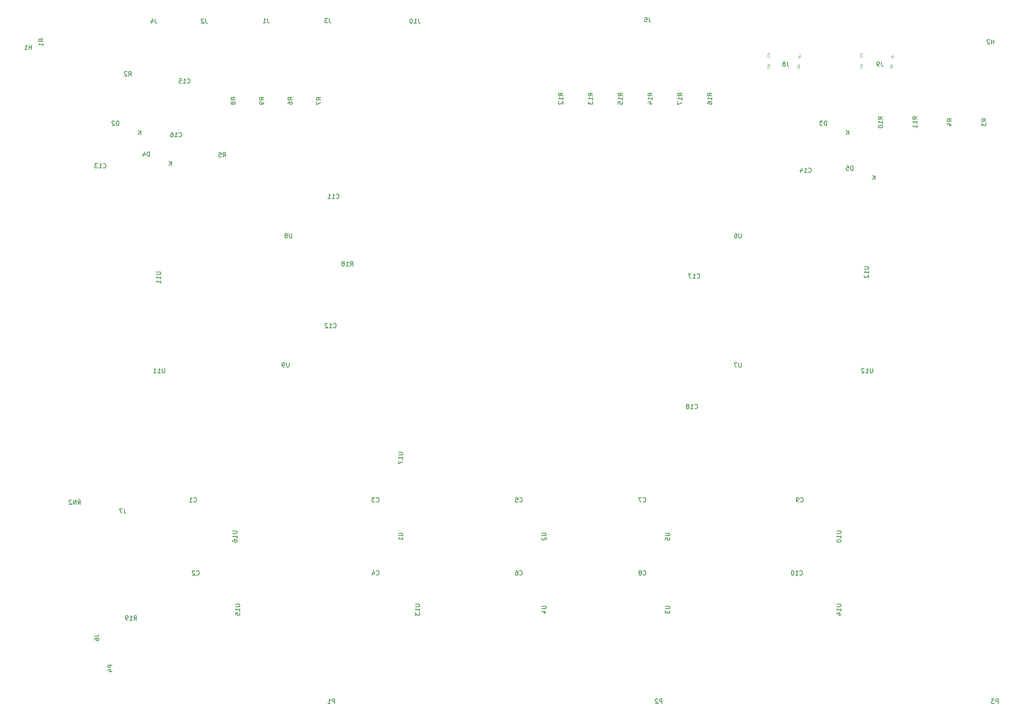
<source format=gbr>
%TF.GenerationSoftware,KiCad,Pcbnew,(6.0.11)*%
%TF.CreationDate,2023-08-28T11:54:35-05:00*%
%TF.ProjectId,input-output.DualESP32,696e7075-742d-46f7-9574-7075742e4475,V1.1*%
%TF.SameCoordinates,Original*%
%TF.FileFunction,Legend,Bot*%
%TF.FilePolarity,Positive*%
%FSLAX46Y46*%
G04 Gerber Fmt 4.6, Leading zero omitted, Abs format (unit mm)*
G04 Created by KiCad (PCBNEW (6.0.11)) date 2023-08-28 11:54:35*
%MOMM*%
%LPD*%
G01*
G04 APERTURE LIST*
%ADD10C,0.150000*%
%ADD11C,0.088900*%
G04 APERTURE END LIST*
D10*
%TO.C,U17*%
X127162380Y-169706904D02*
X127971904Y-169706904D01*
X128067142Y-169754523D01*
X128114761Y-169802142D01*
X128162380Y-169897380D01*
X128162380Y-170087857D01*
X128114761Y-170183095D01*
X128067142Y-170230714D01*
X127971904Y-170278333D01*
X127162380Y-170278333D01*
X128162380Y-171278333D02*
X128162380Y-170706904D01*
X128162380Y-170992619D02*
X127162380Y-170992619D01*
X127305238Y-170897380D01*
X127400476Y-170802142D01*
X127448095Y-170706904D01*
X127162380Y-171611666D02*
X127162380Y-172278333D01*
X128162380Y-171849761D01*
%TO.C,P1*%
X112738095Y-226452380D02*
X112738095Y-225452380D01*
X112357142Y-225452380D01*
X112261904Y-225500000D01*
X112214285Y-225547619D01*
X112166666Y-225642857D01*
X112166666Y-225785714D01*
X112214285Y-225880952D01*
X112261904Y-225928571D01*
X112357142Y-225976190D01*
X112738095Y-225976190D01*
X111214285Y-226452380D02*
X111785714Y-226452380D01*
X111500000Y-226452380D02*
X111500000Y-225452380D01*
X111595238Y-225595238D01*
X111690476Y-225690476D01*
X111785714Y-225738095D01*
%TO.C,P2*%
X186738095Y-226452380D02*
X186738095Y-225452380D01*
X186357142Y-225452380D01*
X186261904Y-225500000D01*
X186214285Y-225547619D01*
X186166666Y-225642857D01*
X186166666Y-225785714D01*
X186214285Y-225880952D01*
X186261904Y-225928571D01*
X186357142Y-225976190D01*
X186738095Y-225976190D01*
X185785714Y-225547619D02*
X185738095Y-225500000D01*
X185642857Y-225452380D01*
X185404761Y-225452380D01*
X185309523Y-225500000D01*
X185261904Y-225547619D01*
X185214285Y-225642857D01*
X185214285Y-225738095D01*
X185261904Y-225880952D01*
X185833333Y-226452380D01*
X185214285Y-226452380D01*
%TO.C,H1*%
X44261904Y-78702380D02*
X44261904Y-77702380D01*
X44261904Y-78178571D02*
X43690476Y-78178571D01*
X43690476Y-78702380D02*
X43690476Y-77702380D01*
X42690476Y-78702380D02*
X43261904Y-78702380D01*
X42976190Y-78702380D02*
X42976190Y-77702380D01*
X43071428Y-77845238D01*
X43166666Y-77940476D01*
X43261904Y-77988095D01*
%TO.C,H2*%
X261761904Y-77452380D02*
X261761904Y-76452380D01*
X261761904Y-76928571D02*
X261190476Y-76928571D01*
X261190476Y-77452380D02*
X261190476Y-76452380D01*
X260761904Y-76547619D02*
X260714285Y-76500000D01*
X260619047Y-76452380D01*
X260380952Y-76452380D01*
X260285714Y-76500000D01*
X260238095Y-76547619D01*
X260190476Y-76642857D01*
X260190476Y-76738095D01*
X260238095Y-76880952D01*
X260809523Y-77452380D01*
X260190476Y-77452380D01*
%TO.C,P3*%
X262738095Y-226452380D02*
X262738095Y-225452380D01*
X262357142Y-225452380D01*
X262261904Y-225500000D01*
X262214285Y-225547619D01*
X262166666Y-225642857D01*
X262166666Y-225785714D01*
X262214285Y-225880952D01*
X262261904Y-225928571D01*
X262357142Y-225976190D01*
X262738095Y-225976190D01*
X261833333Y-225452380D02*
X261214285Y-225452380D01*
X261547619Y-225833333D01*
X261404761Y-225833333D01*
X261309523Y-225880952D01*
X261261904Y-225928571D01*
X261214285Y-226023809D01*
X261214285Y-226261904D01*
X261261904Y-226357142D01*
X261309523Y-226404761D01*
X261404761Y-226452380D01*
X261690476Y-226452380D01*
X261785714Y-226404761D01*
X261833333Y-226357142D01*
%TO.C,R1*%
X46882380Y-76925333D02*
X46406190Y-76592000D01*
X46882380Y-76353904D02*
X45882380Y-76353904D01*
X45882380Y-76734857D01*
X45930000Y-76830095D01*
X45977619Y-76877714D01*
X46072857Y-76925333D01*
X46215714Y-76925333D01*
X46310952Y-76877714D01*
X46358571Y-76830095D01*
X46406190Y-76734857D01*
X46406190Y-76353904D01*
X46882380Y-77877714D02*
X46882380Y-77306285D01*
X46882380Y-77592000D02*
X45882380Y-77592000D01*
X46025238Y-77496761D01*
X46120476Y-77401523D01*
X46168095Y-77306285D01*
%TO.C,P4*%
X62452380Y-217761904D02*
X61452380Y-217761904D01*
X61452380Y-218142857D01*
X61500000Y-218238095D01*
X61547619Y-218285714D01*
X61642857Y-218333333D01*
X61785714Y-218333333D01*
X61880952Y-218285714D01*
X61928571Y-218238095D01*
X61976190Y-218142857D01*
X61976190Y-217761904D01*
X61785714Y-219190476D02*
X62452380Y-219190476D01*
X61404761Y-218952380D02*
X62119047Y-218714285D01*
X62119047Y-219333333D01*
%TO.C,U9*%
X102446904Y-149457380D02*
X102446904Y-150266904D01*
X102399285Y-150362142D01*
X102351666Y-150409761D01*
X102256428Y-150457380D01*
X102065952Y-150457380D01*
X101970714Y-150409761D01*
X101923095Y-150362142D01*
X101875476Y-150266904D01*
X101875476Y-149457380D01*
X101351666Y-150457380D02*
X101161190Y-150457380D01*
X101065952Y-150409761D01*
X101018333Y-150362142D01*
X100923095Y-150219285D01*
X100875476Y-150028809D01*
X100875476Y-149647857D01*
X100923095Y-149552619D01*
X100970714Y-149505000D01*
X101065952Y-149457380D01*
X101256428Y-149457380D01*
X101351666Y-149505000D01*
X101399285Y-149552619D01*
X101446904Y-149647857D01*
X101446904Y-149885952D01*
X101399285Y-149981190D01*
X101351666Y-150028809D01*
X101256428Y-150076428D01*
X101065952Y-150076428D01*
X100970714Y-150028809D01*
X100923095Y-149981190D01*
X100875476Y-149885952D01*
%TO.C,RN2*%
X54690476Y-181452380D02*
X55023809Y-180976190D01*
X55261904Y-181452380D02*
X55261904Y-180452380D01*
X54880952Y-180452380D01*
X54785714Y-180500000D01*
X54738095Y-180547619D01*
X54690476Y-180642857D01*
X54690476Y-180785714D01*
X54738095Y-180880952D01*
X54785714Y-180928571D01*
X54880952Y-180976190D01*
X55261904Y-180976190D01*
X54261904Y-181452380D02*
X54261904Y-180452380D01*
X53690476Y-181452380D01*
X53690476Y-180452380D01*
X53261904Y-180547619D02*
X53214285Y-180500000D01*
X53119047Y-180452380D01*
X52880952Y-180452380D01*
X52785714Y-180500000D01*
X52738095Y-180547619D01*
X52690476Y-180642857D01*
X52690476Y-180738095D01*
X52738095Y-180880952D01*
X53309523Y-181452380D01*
X52690476Y-181452380D01*
%TO.C,R9*%
X96751080Y-90133333D02*
X96274890Y-89800000D01*
X96751080Y-89561904D02*
X95751080Y-89561904D01*
X95751080Y-89942857D01*
X95798700Y-90038095D01*
X95846319Y-90085714D01*
X95941557Y-90133333D01*
X96084414Y-90133333D01*
X96179652Y-90085714D01*
X96227271Y-90038095D01*
X96274890Y-89942857D01*
X96274890Y-89561904D01*
X96751080Y-90609523D02*
X96751080Y-90800000D01*
X96703461Y-90895238D01*
X96655842Y-90942857D01*
X96512985Y-91038095D01*
X96322509Y-91085714D01*
X95941557Y-91085714D01*
X95846319Y-91038095D01*
X95798700Y-90990476D01*
X95751080Y-90895238D01*
X95751080Y-90704761D01*
X95798700Y-90609523D01*
X95846319Y-90561904D01*
X95941557Y-90514285D01*
X96179652Y-90514285D01*
X96274890Y-90561904D01*
X96322509Y-90609523D01*
X96370128Y-90704761D01*
X96370128Y-90895238D01*
X96322509Y-90990476D01*
X96274890Y-91038095D01*
X96179652Y-91085714D01*
%TO.C,C18*%
X194138857Y-159745142D02*
X194186476Y-159792761D01*
X194329333Y-159840380D01*
X194424571Y-159840380D01*
X194567428Y-159792761D01*
X194662666Y-159697523D01*
X194710285Y-159602285D01*
X194757904Y-159411809D01*
X194757904Y-159268952D01*
X194710285Y-159078476D01*
X194662666Y-158983238D01*
X194567428Y-158888000D01*
X194424571Y-158840380D01*
X194329333Y-158840380D01*
X194186476Y-158888000D01*
X194138857Y-158935619D01*
X193186476Y-159840380D02*
X193757904Y-159840380D01*
X193472190Y-159840380D02*
X193472190Y-158840380D01*
X193567428Y-158983238D01*
X193662666Y-159078476D01*
X193757904Y-159126095D01*
X192615047Y-159268952D02*
X192710285Y-159221333D01*
X192757904Y-159173714D01*
X192805523Y-159078476D01*
X192805523Y-159030857D01*
X192757904Y-158935619D01*
X192710285Y-158888000D01*
X192615047Y-158840380D01*
X192424571Y-158840380D01*
X192329333Y-158888000D01*
X192281714Y-158935619D01*
X192234095Y-159030857D01*
X192234095Y-159078476D01*
X192281714Y-159173714D01*
X192329333Y-159221333D01*
X192424571Y-159268952D01*
X192615047Y-159268952D01*
X192710285Y-159316571D01*
X192757904Y-159364190D01*
X192805523Y-159459428D01*
X192805523Y-159649904D01*
X192757904Y-159745142D01*
X192710285Y-159792761D01*
X192615047Y-159840380D01*
X192424571Y-159840380D01*
X192329333Y-159792761D01*
X192281714Y-159745142D01*
X192234095Y-159649904D01*
X192234095Y-159459428D01*
X192281714Y-159364190D01*
X192329333Y-159316571D01*
X192424571Y-159268952D01*
%TO.C,C17*%
X194646857Y-130281142D02*
X194694476Y-130328761D01*
X194837333Y-130376380D01*
X194932571Y-130376380D01*
X195075428Y-130328761D01*
X195170666Y-130233523D01*
X195218285Y-130138285D01*
X195265904Y-129947809D01*
X195265904Y-129804952D01*
X195218285Y-129614476D01*
X195170666Y-129519238D01*
X195075428Y-129424000D01*
X194932571Y-129376380D01*
X194837333Y-129376380D01*
X194694476Y-129424000D01*
X194646857Y-129471619D01*
X193694476Y-130376380D02*
X194265904Y-130376380D01*
X193980190Y-130376380D02*
X193980190Y-129376380D01*
X194075428Y-129519238D01*
X194170666Y-129614476D01*
X194265904Y-129662095D01*
X193361142Y-129376380D02*
X192694476Y-129376380D01*
X193123047Y-130376380D01*
%TO.C,J4*%
X72178333Y-71742380D02*
X72178333Y-72456666D01*
X72225952Y-72599523D01*
X72321190Y-72694761D01*
X72464047Y-72742380D01*
X72559285Y-72742380D01*
X71273571Y-72075714D02*
X71273571Y-72742380D01*
X71511666Y-71694761D02*
X71749761Y-72409047D01*
X71130714Y-72409047D01*
%TO.C,R10*%
X236620380Y-94483142D02*
X236144190Y-94149809D01*
X236620380Y-93911714D02*
X235620380Y-93911714D01*
X235620380Y-94292666D01*
X235668000Y-94387904D01*
X235715619Y-94435523D01*
X235810857Y-94483142D01*
X235953714Y-94483142D01*
X236048952Y-94435523D01*
X236096571Y-94387904D01*
X236144190Y-94292666D01*
X236144190Y-93911714D01*
X236620380Y-95435523D02*
X236620380Y-94864095D01*
X236620380Y-95149809D02*
X235620380Y-95149809D01*
X235763238Y-95054571D01*
X235858476Y-94959333D01*
X235906095Y-94864095D01*
X235620380Y-96054571D02*
X235620380Y-96149809D01*
X235668000Y-96245047D01*
X235715619Y-96292666D01*
X235810857Y-96340285D01*
X236001333Y-96387904D01*
X236239428Y-96387904D01*
X236429904Y-96340285D01*
X236525142Y-96292666D01*
X236572761Y-96245047D01*
X236620380Y-96149809D01*
X236620380Y-96054571D01*
X236572761Y-95959333D01*
X236525142Y-95911714D01*
X236429904Y-95864095D01*
X236239428Y-95816476D01*
X236001333Y-95816476D01*
X235810857Y-95864095D01*
X235715619Y-95911714D01*
X235668000Y-95959333D01*
X235620380Y-96054571D01*
%TO.C,C5*%
X154546666Y-180827142D02*
X154594285Y-180874761D01*
X154737142Y-180922380D01*
X154832380Y-180922380D01*
X154975238Y-180874761D01*
X155070476Y-180779523D01*
X155118095Y-180684285D01*
X155165714Y-180493809D01*
X155165714Y-180350952D01*
X155118095Y-180160476D01*
X155070476Y-180065238D01*
X154975238Y-179970000D01*
X154832380Y-179922380D01*
X154737142Y-179922380D01*
X154594285Y-179970000D01*
X154546666Y-180017619D01*
X153641904Y-179922380D02*
X154118095Y-179922380D01*
X154165714Y-180398571D01*
X154118095Y-180350952D01*
X154022857Y-180303333D01*
X153784761Y-180303333D01*
X153689523Y-180350952D01*
X153641904Y-180398571D01*
X153594285Y-180493809D01*
X153594285Y-180731904D01*
X153641904Y-180827142D01*
X153689523Y-180874761D01*
X153784761Y-180922380D01*
X154022857Y-180922380D01*
X154118095Y-180874761D01*
X154165714Y-180827142D01*
%TO.C,R8*%
X90316380Y-90133333D02*
X89840190Y-89800000D01*
X90316380Y-89561904D02*
X89316380Y-89561904D01*
X89316380Y-89942857D01*
X89364000Y-90038095D01*
X89411619Y-90085714D01*
X89506857Y-90133333D01*
X89649714Y-90133333D01*
X89744952Y-90085714D01*
X89792571Y-90038095D01*
X89840190Y-89942857D01*
X89840190Y-89561904D01*
X89744952Y-90704761D02*
X89697333Y-90609523D01*
X89649714Y-90561904D01*
X89554476Y-90514285D01*
X89506857Y-90514285D01*
X89411619Y-90561904D01*
X89364000Y-90609523D01*
X89316380Y-90704761D01*
X89316380Y-90895238D01*
X89364000Y-90990476D01*
X89411619Y-91038095D01*
X89506857Y-91085714D01*
X89554476Y-91085714D01*
X89649714Y-91038095D01*
X89697333Y-90990476D01*
X89744952Y-90895238D01*
X89744952Y-90704761D01*
X89792571Y-90609523D01*
X89840190Y-90561904D01*
X89935428Y-90514285D01*
X90125904Y-90514285D01*
X90221142Y-90561904D01*
X90268761Y-90609523D01*
X90316380Y-90704761D01*
X90316380Y-90895238D01*
X90268761Y-90990476D01*
X90221142Y-91038095D01*
X90125904Y-91085714D01*
X89935428Y-91085714D01*
X89840190Y-91038095D01*
X89792571Y-90990476D01*
X89744952Y-90895238D01*
%TO.C,R6*%
X103185680Y-90133333D02*
X102709490Y-89800000D01*
X103185680Y-89561904D02*
X102185680Y-89561904D01*
X102185680Y-89942857D01*
X102233300Y-90038095D01*
X102280919Y-90085714D01*
X102376157Y-90133333D01*
X102519014Y-90133333D01*
X102614252Y-90085714D01*
X102661871Y-90038095D01*
X102709490Y-89942857D01*
X102709490Y-89561904D01*
X102185680Y-90990476D02*
X102185680Y-90800000D01*
X102233300Y-90704761D01*
X102280919Y-90657142D01*
X102423776Y-90561904D01*
X102614252Y-90514285D01*
X102995204Y-90514285D01*
X103090442Y-90561904D01*
X103138061Y-90609523D01*
X103185680Y-90704761D01*
X103185680Y-90895238D01*
X103138061Y-90990476D01*
X103090442Y-91038095D01*
X102995204Y-91085714D01*
X102757109Y-91085714D01*
X102661871Y-91038095D01*
X102614252Y-90990476D01*
X102566633Y-90895238D01*
X102566633Y-90704761D01*
X102614252Y-90609523D01*
X102661871Y-90561904D01*
X102757109Y-90514285D01*
%TO.C,R3*%
X259988380Y-94959333D02*
X259512190Y-94626000D01*
X259988380Y-94387904D02*
X258988380Y-94387904D01*
X258988380Y-94768857D01*
X259036000Y-94864095D01*
X259083619Y-94911714D01*
X259178857Y-94959333D01*
X259321714Y-94959333D01*
X259416952Y-94911714D01*
X259464571Y-94864095D01*
X259512190Y-94768857D01*
X259512190Y-94387904D01*
X258988380Y-95292666D02*
X258988380Y-95911714D01*
X259369333Y-95578380D01*
X259369333Y-95721238D01*
X259416952Y-95816476D01*
X259464571Y-95864095D01*
X259559809Y-95911714D01*
X259797904Y-95911714D01*
X259893142Y-95864095D01*
X259940761Y-95816476D01*
X259988380Y-95721238D01*
X259988380Y-95435523D01*
X259940761Y-95340285D01*
X259893142Y-95292666D01*
%TO.C,U13*%
X130977380Y-203986904D02*
X131786904Y-203986904D01*
X131882142Y-204034523D01*
X131929761Y-204082142D01*
X131977380Y-204177380D01*
X131977380Y-204367857D01*
X131929761Y-204463095D01*
X131882142Y-204510714D01*
X131786904Y-204558333D01*
X130977380Y-204558333D01*
X131977380Y-205558333D02*
X131977380Y-204986904D01*
X131977380Y-205272619D02*
X130977380Y-205272619D01*
X131120238Y-205177380D01*
X131215476Y-205082142D01*
X131263095Y-204986904D01*
X130977380Y-205891666D02*
X130977380Y-206510714D01*
X131358333Y-206177380D01*
X131358333Y-206320238D01*
X131405952Y-206415476D01*
X131453571Y-206463095D01*
X131548809Y-206510714D01*
X131786904Y-206510714D01*
X131882142Y-206463095D01*
X131929761Y-206415476D01*
X131977380Y-206320238D01*
X131977380Y-206034523D01*
X131929761Y-205939285D01*
X131882142Y-205891666D01*
%TO.C,C2*%
X81521666Y-197337142D02*
X81569285Y-197384761D01*
X81712142Y-197432380D01*
X81807380Y-197432380D01*
X81950238Y-197384761D01*
X82045476Y-197289523D01*
X82093095Y-197194285D01*
X82140714Y-197003809D01*
X82140714Y-196860952D01*
X82093095Y-196670476D01*
X82045476Y-196575238D01*
X81950238Y-196480000D01*
X81807380Y-196432380D01*
X81712142Y-196432380D01*
X81569285Y-196480000D01*
X81521666Y-196527619D01*
X81140714Y-196527619D02*
X81093095Y-196480000D01*
X80997857Y-196432380D01*
X80759761Y-196432380D01*
X80664523Y-196480000D01*
X80616904Y-196527619D01*
X80569285Y-196622857D01*
X80569285Y-196718095D01*
X80616904Y-196860952D01*
X81188333Y-197432380D01*
X80569285Y-197432380D01*
%TO.C,J3*%
X111548333Y-71672380D02*
X111548333Y-72386666D01*
X111595952Y-72529523D01*
X111691190Y-72624761D01*
X111834047Y-72672380D01*
X111929285Y-72672380D01*
X111167380Y-71672380D02*
X110548333Y-71672380D01*
X110881666Y-72053333D01*
X110738809Y-72053333D01*
X110643571Y-72100952D01*
X110595952Y-72148571D01*
X110548333Y-72243809D01*
X110548333Y-72481904D01*
X110595952Y-72577142D01*
X110643571Y-72624761D01*
X110738809Y-72672380D01*
X111024523Y-72672380D01*
X111119761Y-72624761D01*
X111167380Y-72577142D01*
%TO.C,C6*%
X154546666Y-197337142D02*
X154594285Y-197384761D01*
X154737142Y-197432380D01*
X154832380Y-197432380D01*
X154975238Y-197384761D01*
X155070476Y-197289523D01*
X155118095Y-197194285D01*
X155165714Y-197003809D01*
X155165714Y-196860952D01*
X155118095Y-196670476D01*
X155070476Y-196575238D01*
X154975238Y-196480000D01*
X154832380Y-196432380D01*
X154737142Y-196432380D01*
X154594285Y-196480000D01*
X154546666Y-196527619D01*
X153689523Y-196432380D02*
X153880000Y-196432380D01*
X153975238Y-196480000D01*
X154022857Y-196527619D01*
X154118095Y-196670476D01*
X154165714Y-196860952D01*
X154165714Y-197241904D01*
X154118095Y-197337142D01*
X154070476Y-197384761D01*
X153975238Y-197432380D01*
X153784761Y-197432380D01*
X153689523Y-197384761D01*
X153641904Y-197337142D01*
X153594285Y-197241904D01*
X153594285Y-197003809D01*
X153641904Y-196908571D01*
X153689523Y-196860952D01*
X153784761Y-196813333D01*
X153975238Y-196813333D01*
X154070476Y-196860952D01*
X154118095Y-196908571D01*
X154165714Y-197003809D01*
%TO.C,U5*%
X187487380Y-187963095D02*
X188296904Y-187963095D01*
X188392142Y-188010714D01*
X188439761Y-188058333D01*
X188487380Y-188153571D01*
X188487380Y-188344047D01*
X188439761Y-188439285D01*
X188392142Y-188486904D01*
X188296904Y-188534523D01*
X187487380Y-188534523D01*
X187487380Y-189486904D02*
X187487380Y-189010714D01*
X187963571Y-188963095D01*
X187915952Y-189010714D01*
X187868333Y-189105952D01*
X187868333Y-189344047D01*
X187915952Y-189439285D01*
X187963571Y-189486904D01*
X188058809Y-189534523D01*
X188296904Y-189534523D01*
X188392142Y-189486904D01*
X188439761Y-189439285D01*
X188487380Y-189344047D01*
X188487380Y-189105952D01*
X188439761Y-189010714D01*
X188392142Y-188963095D01*
%TO.C,J6*%
X58452380Y-211251666D02*
X59166666Y-211251666D01*
X59309523Y-211204047D01*
X59404761Y-211108809D01*
X59452380Y-210965952D01*
X59452380Y-210870714D01*
X58452380Y-212156428D02*
X58452380Y-211965952D01*
X58500000Y-211870714D01*
X58547619Y-211823095D01*
X58690476Y-211727857D01*
X58880952Y-211680238D01*
X59261904Y-211680238D01*
X59357142Y-211727857D01*
X59404761Y-211775476D01*
X59452380Y-211870714D01*
X59452380Y-212061190D01*
X59404761Y-212156428D01*
X59357142Y-212204047D01*
X59261904Y-212251666D01*
X59023809Y-212251666D01*
X58928571Y-212204047D01*
X58880952Y-212156428D01*
X58833333Y-212061190D01*
X58833333Y-211870714D01*
X58880952Y-211775476D01*
X58928571Y-211727857D01*
X59023809Y-211680238D01*
%TO.C,C16*%
X77532857Y-98357142D02*
X77580476Y-98404761D01*
X77723333Y-98452380D01*
X77818571Y-98452380D01*
X77961428Y-98404761D01*
X78056666Y-98309523D01*
X78104285Y-98214285D01*
X78151904Y-98023809D01*
X78151904Y-97880952D01*
X78104285Y-97690476D01*
X78056666Y-97595238D01*
X77961428Y-97500000D01*
X77818571Y-97452380D01*
X77723333Y-97452380D01*
X77580476Y-97500000D01*
X77532857Y-97547619D01*
X76580476Y-98452380D02*
X77151904Y-98452380D01*
X76866190Y-98452380D02*
X76866190Y-97452380D01*
X76961428Y-97595238D01*
X77056666Y-97690476D01*
X77151904Y-97738095D01*
X75723333Y-97452380D02*
X75913809Y-97452380D01*
X76009047Y-97500000D01*
X76056666Y-97547619D01*
X76151904Y-97690476D01*
X76199523Y-97880952D01*
X76199523Y-98261904D01*
X76151904Y-98357142D01*
X76104285Y-98404761D01*
X76009047Y-98452380D01*
X75818571Y-98452380D01*
X75723333Y-98404761D01*
X75675714Y-98357142D01*
X75628095Y-98261904D01*
X75628095Y-98023809D01*
X75675714Y-97928571D01*
X75723333Y-97880952D01*
X75818571Y-97833333D01*
X76009047Y-97833333D01*
X76104285Y-97880952D01*
X76151904Y-97928571D01*
X76199523Y-98023809D01*
%TO.C,R13*%
X171088380Y-89149142D02*
X170612190Y-88815809D01*
X171088380Y-88577714D02*
X170088380Y-88577714D01*
X170088380Y-88958666D01*
X170136000Y-89053904D01*
X170183619Y-89101523D01*
X170278857Y-89149142D01*
X170421714Y-89149142D01*
X170516952Y-89101523D01*
X170564571Y-89053904D01*
X170612190Y-88958666D01*
X170612190Y-88577714D01*
X171088380Y-90101523D02*
X171088380Y-89530095D01*
X171088380Y-89815809D02*
X170088380Y-89815809D01*
X170231238Y-89720571D01*
X170326476Y-89625333D01*
X170374095Y-89530095D01*
X170088380Y-90434857D02*
X170088380Y-91053904D01*
X170469333Y-90720571D01*
X170469333Y-90863428D01*
X170516952Y-90958666D01*
X170564571Y-91006285D01*
X170659809Y-91053904D01*
X170897904Y-91053904D01*
X170993142Y-91006285D01*
X171040761Y-90958666D01*
X171088380Y-90863428D01*
X171088380Y-90577714D01*
X171040761Y-90482476D01*
X170993142Y-90434857D01*
%TO.C,C1*%
X80886666Y-180827142D02*
X80934285Y-180874761D01*
X81077142Y-180922380D01*
X81172380Y-180922380D01*
X81315238Y-180874761D01*
X81410476Y-180779523D01*
X81458095Y-180684285D01*
X81505714Y-180493809D01*
X81505714Y-180350952D01*
X81458095Y-180160476D01*
X81410476Y-180065238D01*
X81315238Y-179970000D01*
X81172380Y-179922380D01*
X81077142Y-179922380D01*
X80934285Y-179970000D01*
X80886666Y-180017619D01*
X79934285Y-180922380D02*
X80505714Y-180922380D01*
X80220000Y-180922380D02*
X80220000Y-179922380D01*
X80315238Y-180065238D01*
X80410476Y-180160476D01*
X80505714Y-180208095D01*
%TO.C,D5*%
X234905904Y-108092380D02*
X234905904Y-107092380D01*
X234334476Y-108092380D02*
X234763047Y-107520952D01*
X234334476Y-107092380D02*
X234905904Y-107663809D01*
X229912095Y-105992380D02*
X229912095Y-104992380D01*
X229674000Y-104992380D01*
X229531142Y-105040000D01*
X229435904Y-105135238D01*
X229388285Y-105230476D01*
X229340666Y-105420952D01*
X229340666Y-105563809D01*
X229388285Y-105754285D01*
X229435904Y-105849523D01*
X229531142Y-105944761D01*
X229674000Y-105992380D01*
X229912095Y-105992380D01*
X228435904Y-104992380D02*
X228912095Y-104992380D01*
X228959714Y-105468571D01*
X228912095Y-105420952D01*
X228816857Y-105373333D01*
X228578761Y-105373333D01*
X228483523Y-105420952D01*
X228435904Y-105468571D01*
X228388285Y-105563809D01*
X228388285Y-105801904D01*
X228435904Y-105897142D01*
X228483523Y-105944761D01*
X228578761Y-105992380D01*
X228816857Y-105992380D01*
X228912095Y-105944761D01*
X228959714Y-105897142D01*
%TO.C,R4*%
X252199080Y-94959333D02*
X251722890Y-94626000D01*
X252199080Y-94387904D02*
X251199080Y-94387904D01*
X251199080Y-94768857D01*
X251246700Y-94864095D01*
X251294319Y-94911714D01*
X251389557Y-94959333D01*
X251532414Y-94959333D01*
X251627652Y-94911714D01*
X251675271Y-94864095D01*
X251722890Y-94768857D01*
X251722890Y-94387904D01*
X251532414Y-95816476D02*
X252199080Y-95816476D01*
X251151461Y-95578380D02*
X251865747Y-95340285D01*
X251865747Y-95959333D01*
%TO.C,U6*%
X204681904Y-120247380D02*
X204681904Y-121056904D01*
X204634285Y-121152142D01*
X204586666Y-121199761D01*
X204491428Y-121247380D01*
X204300952Y-121247380D01*
X204205714Y-121199761D01*
X204158095Y-121152142D01*
X204110476Y-121056904D01*
X204110476Y-120247380D01*
X203205714Y-120247380D02*
X203396190Y-120247380D01*
X203491428Y-120295000D01*
X203539047Y-120342619D01*
X203634285Y-120485476D01*
X203681904Y-120675952D01*
X203681904Y-121056904D01*
X203634285Y-121152142D01*
X203586666Y-121199761D01*
X203491428Y-121247380D01*
X203300952Y-121247380D01*
X203205714Y-121199761D01*
X203158095Y-121152142D01*
X203110476Y-121056904D01*
X203110476Y-120818809D01*
X203158095Y-120723571D01*
X203205714Y-120675952D01*
X203300952Y-120628333D01*
X203491428Y-120628333D01*
X203586666Y-120675952D01*
X203634285Y-120723571D01*
X203681904Y-120818809D01*
%TO.C,C13*%
X60452757Y-105357142D02*
X60500376Y-105404761D01*
X60643233Y-105452380D01*
X60738471Y-105452380D01*
X60881328Y-105404761D01*
X60976566Y-105309523D01*
X61024185Y-105214285D01*
X61071804Y-105023809D01*
X61071804Y-104880952D01*
X61024185Y-104690476D01*
X60976566Y-104595238D01*
X60881328Y-104500000D01*
X60738471Y-104452380D01*
X60643233Y-104452380D01*
X60500376Y-104500000D01*
X60452757Y-104547619D01*
X59500376Y-105452380D02*
X60071804Y-105452380D01*
X59786090Y-105452380D02*
X59786090Y-104452380D01*
X59881328Y-104595238D01*
X59976566Y-104690476D01*
X60071804Y-104738095D01*
X59167042Y-104452380D02*
X58547995Y-104452380D01*
X58881328Y-104833333D01*
X58738471Y-104833333D01*
X58643233Y-104880952D01*
X58595614Y-104928571D01*
X58547995Y-105023809D01*
X58547995Y-105261904D01*
X58595614Y-105357142D01*
X58643233Y-105404761D01*
X58738471Y-105452380D01*
X59024185Y-105452380D01*
X59119423Y-105404761D01*
X59167042Y-105357142D01*
%TO.C,R18*%
X116287857Y-127582380D02*
X116621190Y-127106190D01*
X116859285Y-127582380D02*
X116859285Y-126582380D01*
X116478333Y-126582380D01*
X116383095Y-126630000D01*
X116335476Y-126677619D01*
X116287857Y-126772857D01*
X116287857Y-126915714D01*
X116335476Y-127010952D01*
X116383095Y-127058571D01*
X116478333Y-127106190D01*
X116859285Y-127106190D01*
X115335476Y-127582380D02*
X115906904Y-127582380D01*
X115621190Y-127582380D02*
X115621190Y-126582380D01*
X115716428Y-126725238D01*
X115811666Y-126820476D01*
X115906904Y-126868095D01*
X114764047Y-127010952D02*
X114859285Y-126963333D01*
X114906904Y-126915714D01*
X114954523Y-126820476D01*
X114954523Y-126772857D01*
X114906904Y-126677619D01*
X114859285Y-126630000D01*
X114764047Y-126582380D01*
X114573571Y-126582380D01*
X114478333Y-126630000D01*
X114430714Y-126677619D01*
X114383095Y-126772857D01*
X114383095Y-126820476D01*
X114430714Y-126915714D01*
X114478333Y-126963333D01*
X114573571Y-127010952D01*
X114764047Y-127010952D01*
X114859285Y-127058571D01*
X114906904Y-127106190D01*
X114954523Y-127201428D01*
X114954523Y-127391904D01*
X114906904Y-127487142D01*
X114859285Y-127534761D01*
X114764047Y-127582380D01*
X114573571Y-127582380D01*
X114478333Y-127534761D01*
X114430714Y-127487142D01*
X114383095Y-127391904D01*
X114383095Y-127201428D01*
X114430714Y-127106190D01*
X114478333Y-127058571D01*
X114573571Y-127010952D01*
%TO.C,C14*%
X219837757Y-106357142D02*
X219885376Y-106404761D01*
X220028233Y-106452380D01*
X220123471Y-106452380D01*
X220266328Y-106404761D01*
X220361566Y-106309523D01*
X220409185Y-106214285D01*
X220456804Y-106023809D01*
X220456804Y-105880952D01*
X220409185Y-105690476D01*
X220361566Y-105595238D01*
X220266328Y-105500000D01*
X220123471Y-105452380D01*
X220028233Y-105452380D01*
X219885376Y-105500000D01*
X219837757Y-105547619D01*
X218885376Y-106452380D02*
X219456804Y-106452380D01*
X219171090Y-106452380D02*
X219171090Y-105452380D01*
X219266328Y-105595238D01*
X219361566Y-105690476D01*
X219456804Y-105738095D01*
X218028233Y-105785714D02*
X218028233Y-106452380D01*
X218266328Y-105404761D02*
X218504423Y-106119047D01*
X217885376Y-106119047D01*
%TO.C,R5*%
X87490666Y-102944380D02*
X87824000Y-102468190D01*
X88062095Y-102944380D02*
X88062095Y-101944380D01*
X87681142Y-101944380D01*
X87585904Y-101992000D01*
X87538285Y-102039619D01*
X87490666Y-102134857D01*
X87490666Y-102277714D01*
X87538285Y-102372952D01*
X87585904Y-102420571D01*
X87681142Y-102468190D01*
X88062095Y-102468190D01*
X86585904Y-101944380D02*
X87062095Y-101944380D01*
X87109714Y-102420571D01*
X87062095Y-102372952D01*
X86966857Y-102325333D01*
X86728761Y-102325333D01*
X86633523Y-102372952D01*
X86585904Y-102420571D01*
X86538285Y-102515809D01*
X86538285Y-102753904D01*
X86585904Y-102849142D01*
X86633523Y-102896761D01*
X86728761Y-102944380D01*
X86966857Y-102944380D01*
X87062095Y-102896761D01*
X87109714Y-102849142D01*
%TO.C,R11*%
X244409680Y-94483142D02*
X243933490Y-94149809D01*
X244409680Y-93911714D02*
X243409680Y-93911714D01*
X243409680Y-94292666D01*
X243457300Y-94387904D01*
X243504919Y-94435523D01*
X243600157Y-94483142D01*
X243743014Y-94483142D01*
X243838252Y-94435523D01*
X243885871Y-94387904D01*
X243933490Y-94292666D01*
X243933490Y-93911714D01*
X244409680Y-95435523D02*
X244409680Y-94864095D01*
X244409680Y-95149809D02*
X243409680Y-95149809D01*
X243552538Y-95054571D01*
X243647776Y-94959333D01*
X243695395Y-94864095D01*
X244409680Y-96387904D02*
X244409680Y-95816476D01*
X244409680Y-96102190D02*
X243409680Y-96102190D01*
X243552538Y-96006952D01*
X243647776Y-95911714D01*
X243695395Y-95816476D01*
%TO.C,D4*%
X70908095Y-102817380D02*
X70908095Y-101817380D01*
X70670000Y-101817380D01*
X70527142Y-101865000D01*
X70431904Y-101960238D01*
X70384285Y-102055476D01*
X70336666Y-102245952D01*
X70336666Y-102388809D01*
X70384285Y-102579285D01*
X70431904Y-102674523D01*
X70527142Y-102769761D01*
X70670000Y-102817380D01*
X70908095Y-102817380D01*
X69479523Y-102150714D02*
X69479523Y-102817380D01*
X69717619Y-101769761D02*
X69955714Y-102484047D01*
X69336666Y-102484047D01*
X75901904Y-104917380D02*
X75901904Y-103917380D01*
X75330476Y-104917380D02*
X75759047Y-104345952D01*
X75330476Y-103917380D02*
X75901904Y-104488809D01*
%TO.C,J8*%
X215038333Y-81497400D02*
X215038333Y-82211686D01*
X215085952Y-82354543D01*
X215181190Y-82449781D01*
X215324047Y-82497400D01*
X215419285Y-82497400D01*
X214419285Y-81925972D02*
X214514523Y-81878353D01*
X214562142Y-81830734D01*
X214609761Y-81735496D01*
X214609761Y-81687877D01*
X214562142Y-81592639D01*
X214514523Y-81545020D01*
X214419285Y-81497400D01*
X214228809Y-81497400D01*
X214133571Y-81545020D01*
X214085952Y-81592639D01*
X214038333Y-81687877D01*
X214038333Y-81735496D01*
X214085952Y-81830734D01*
X214133571Y-81878353D01*
X214228809Y-81925972D01*
X214419285Y-81925972D01*
X214514523Y-81973591D01*
X214562142Y-82021210D01*
X214609761Y-82116448D01*
X214609761Y-82306924D01*
X214562142Y-82402162D01*
X214514523Y-82449781D01*
X214419285Y-82497400D01*
X214228809Y-82497400D01*
X214133571Y-82449781D01*
X214085952Y-82402162D01*
X214038333Y-82306924D01*
X214038333Y-82116448D01*
X214085952Y-82021210D01*
X214133571Y-81973591D01*
X214228809Y-81925972D01*
D11*
X211098233Y-79584335D02*
X210595071Y-79584335D01*
X210866004Y-79893973D01*
X210749890Y-79893973D01*
X210672480Y-79932678D01*
X210633776Y-79971382D01*
X210595071Y-80048792D01*
X210595071Y-80242316D01*
X210633776Y-80319725D01*
X210672480Y-80358430D01*
X210749890Y-80397135D01*
X210982119Y-80397135D01*
X211059528Y-80358430D01*
X211098233Y-80319725D01*
X217422480Y-82084335D02*
X217577300Y-82084335D01*
X217654709Y-82123040D01*
X217693414Y-82161744D01*
X217770823Y-82277859D01*
X217809528Y-82432678D01*
X217809528Y-82742316D01*
X217770823Y-82819725D01*
X217732119Y-82858430D01*
X217654709Y-82897135D01*
X217499890Y-82897135D01*
X217422480Y-82858430D01*
X217383776Y-82819725D01*
X217345071Y-82742316D01*
X217345071Y-82548792D01*
X217383776Y-82471382D01*
X217422480Y-82432678D01*
X217499890Y-82393973D01*
X217654709Y-82393973D01*
X217732119Y-82432678D01*
X217770823Y-82471382D01*
X217809528Y-82548792D01*
X210633776Y-82084335D02*
X211020823Y-82084335D01*
X211059528Y-82471382D01*
X211020823Y-82432678D01*
X210943414Y-82393973D01*
X210749890Y-82393973D01*
X210672480Y-82432678D01*
X210633776Y-82471382D01*
X210595071Y-82548792D01*
X210595071Y-82742316D01*
X210633776Y-82819725D01*
X210672480Y-82858430D01*
X210749890Y-82897135D01*
X210943414Y-82897135D01*
X211020823Y-82858430D01*
X211059528Y-82819725D01*
X217672480Y-80105268D02*
X217672480Y-80647135D01*
X217866004Y-79795630D02*
X218059528Y-80376201D01*
X217556366Y-80376201D01*
D10*
%TO.C,U7*%
X204681904Y-149457380D02*
X204681904Y-150266904D01*
X204634285Y-150362142D01*
X204586666Y-150409761D01*
X204491428Y-150457380D01*
X204300952Y-150457380D01*
X204205714Y-150409761D01*
X204158095Y-150362142D01*
X204110476Y-150266904D01*
X204110476Y-149457380D01*
X203729523Y-149457380D02*
X203062857Y-149457380D01*
X203491428Y-150457380D01*
%TO.C,C12*%
X112477857Y-141457142D02*
X112525476Y-141504761D01*
X112668333Y-141552380D01*
X112763571Y-141552380D01*
X112906428Y-141504761D01*
X113001666Y-141409523D01*
X113049285Y-141314285D01*
X113096904Y-141123809D01*
X113096904Y-140980952D01*
X113049285Y-140790476D01*
X113001666Y-140695238D01*
X112906428Y-140600000D01*
X112763571Y-140552380D01*
X112668333Y-140552380D01*
X112525476Y-140600000D01*
X112477857Y-140647619D01*
X111525476Y-141552380D02*
X112096904Y-141552380D01*
X111811190Y-141552380D02*
X111811190Y-140552380D01*
X111906428Y-140695238D01*
X112001666Y-140790476D01*
X112096904Y-140838095D01*
X111144523Y-140647619D02*
X111096904Y-140600000D01*
X111001666Y-140552380D01*
X110763571Y-140552380D01*
X110668333Y-140600000D01*
X110620714Y-140647619D01*
X110573095Y-140742857D01*
X110573095Y-140838095D01*
X110620714Y-140980952D01*
X111192142Y-141552380D01*
X110573095Y-141552380D01*
%TO.C,U1*%
X127157380Y-187953095D02*
X127966904Y-187953095D01*
X128062142Y-188000714D01*
X128109761Y-188048333D01*
X128157380Y-188143571D01*
X128157380Y-188334047D01*
X128109761Y-188429285D01*
X128062142Y-188476904D01*
X127966904Y-188524523D01*
X127157380Y-188524523D01*
X128157380Y-189524523D02*
X128157380Y-188953095D01*
X128157380Y-189238809D02*
X127157380Y-189238809D01*
X127300238Y-189143571D01*
X127395476Y-189048333D01*
X127443095Y-188953095D01*
%TO.C,J2*%
X83593333Y-71742380D02*
X83593333Y-72456666D01*
X83640952Y-72599523D01*
X83736190Y-72694761D01*
X83879047Y-72742380D01*
X83974285Y-72742380D01*
X83164761Y-71837619D02*
X83117142Y-71790000D01*
X83021904Y-71742380D01*
X82783809Y-71742380D01*
X82688571Y-71790000D01*
X82640952Y-71837619D01*
X82593333Y-71932857D01*
X82593333Y-72028095D01*
X82640952Y-72170952D01*
X83212380Y-72742380D01*
X82593333Y-72742380D01*
%TO.C,D3*%
X223943095Y-95832380D02*
X223943095Y-94832380D01*
X223705000Y-94832380D01*
X223562142Y-94880000D01*
X223466904Y-94975238D01*
X223419285Y-95070476D01*
X223371666Y-95260952D01*
X223371666Y-95403809D01*
X223419285Y-95594285D01*
X223466904Y-95689523D01*
X223562142Y-95784761D01*
X223705000Y-95832380D01*
X223943095Y-95832380D01*
X223038333Y-94832380D02*
X222419285Y-94832380D01*
X222752619Y-95213333D01*
X222609761Y-95213333D01*
X222514523Y-95260952D01*
X222466904Y-95308571D01*
X222419285Y-95403809D01*
X222419285Y-95641904D01*
X222466904Y-95737142D01*
X222514523Y-95784761D01*
X222609761Y-95832380D01*
X222895476Y-95832380D01*
X222990714Y-95784761D01*
X223038333Y-95737142D01*
X228936904Y-97932380D02*
X228936904Y-96932380D01*
X228365476Y-97932380D02*
X228794047Y-97360952D01*
X228365476Y-96932380D02*
X228936904Y-97503809D01*
%TO.C,R2*%
X66154666Y-84656380D02*
X66488000Y-84180190D01*
X66726095Y-84656380D02*
X66726095Y-83656380D01*
X66345142Y-83656380D01*
X66249904Y-83704000D01*
X66202285Y-83751619D01*
X66154666Y-83846857D01*
X66154666Y-83989714D01*
X66202285Y-84084952D01*
X66249904Y-84132571D01*
X66345142Y-84180190D01*
X66726095Y-84180190D01*
X65773714Y-83751619D02*
X65726095Y-83704000D01*
X65630857Y-83656380D01*
X65392761Y-83656380D01*
X65297523Y-83704000D01*
X65249904Y-83751619D01*
X65202285Y-83846857D01*
X65202285Y-83942095D01*
X65249904Y-84084952D01*
X65821333Y-84656380D01*
X65202285Y-84656380D01*
%TO.C,R7*%
X109620380Y-90133333D02*
X109144190Y-89800000D01*
X109620380Y-89561904D02*
X108620380Y-89561904D01*
X108620380Y-89942857D01*
X108668000Y-90038095D01*
X108715619Y-90085714D01*
X108810857Y-90133333D01*
X108953714Y-90133333D01*
X109048952Y-90085714D01*
X109096571Y-90038095D01*
X109144190Y-89942857D01*
X109144190Y-89561904D01*
X108620380Y-90466666D02*
X108620380Y-91133333D01*
X109620380Y-90704761D01*
%TO.C,C3*%
X122161666Y-180827142D02*
X122209285Y-180874761D01*
X122352142Y-180922380D01*
X122447380Y-180922380D01*
X122590238Y-180874761D01*
X122685476Y-180779523D01*
X122733095Y-180684285D01*
X122780714Y-180493809D01*
X122780714Y-180350952D01*
X122733095Y-180160476D01*
X122685476Y-180065238D01*
X122590238Y-179970000D01*
X122447380Y-179922380D01*
X122352142Y-179922380D01*
X122209285Y-179970000D01*
X122161666Y-180017619D01*
X121828333Y-179922380D02*
X121209285Y-179922380D01*
X121542619Y-180303333D01*
X121399761Y-180303333D01*
X121304523Y-180350952D01*
X121256904Y-180398571D01*
X121209285Y-180493809D01*
X121209285Y-180731904D01*
X121256904Y-180827142D01*
X121304523Y-180874761D01*
X121399761Y-180922380D01*
X121685476Y-180922380D01*
X121780714Y-180874761D01*
X121828333Y-180827142D01*
D11*
%TO.C,J9*%
X238627480Y-80105268D02*
X238627480Y-80647135D01*
X238821004Y-79795630D02*
X239014528Y-80376201D01*
X238511366Y-80376201D01*
X232053233Y-79584335D02*
X231550071Y-79584335D01*
X231821004Y-79893973D01*
X231704890Y-79893973D01*
X231627480Y-79932678D01*
X231588776Y-79971382D01*
X231550071Y-80048792D01*
X231550071Y-80242316D01*
X231588776Y-80319725D01*
X231627480Y-80358430D01*
X231704890Y-80397135D01*
X231937119Y-80397135D01*
X232014528Y-80358430D01*
X232053233Y-80319725D01*
D10*
X236333333Y-81452380D02*
X236333333Y-82166666D01*
X236380952Y-82309523D01*
X236476190Y-82404761D01*
X236619047Y-82452380D01*
X236714285Y-82452380D01*
X235809523Y-82452380D02*
X235619047Y-82452380D01*
X235523809Y-82404761D01*
X235476190Y-82357142D01*
X235380952Y-82214285D01*
X235333333Y-82023809D01*
X235333333Y-81642857D01*
X235380952Y-81547619D01*
X235428571Y-81500000D01*
X235523809Y-81452380D01*
X235714285Y-81452380D01*
X235809523Y-81500000D01*
X235857142Y-81547619D01*
X235904761Y-81642857D01*
X235904761Y-81880952D01*
X235857142Y-81976190D01*
X235809523Y-82023809D01*
X235714285Y-82071428D01*
X235523809Y-82071428D01*
X235428571Y-82023809D01*
X235380952Y-81976190D01*
X235333333Y-81880952D01*
D11*
X231588776Y-82084335D02*
X231975823Y-82084335D01*
X232014528Y-82471382D01*
X231975823Y-82432678D01*
X231898414Y-82393973D01*
X231704890Y-82393973D01*
X231627480Y-82432678D01*
X231588776Y-82471382D01*
X231550071Y-82548792D01*
X231550071Y-82742316D01*
X231588776Y-82819725D01*
X231627480Y-82858430D01*
X231704890Y-82897135D01*
X231898414Y-82897135D01*
X231975823Y-82858430D01*
X232014528Y-82819725D01*
X238377480Y-82084335D02*
X238532300Y-82084335D01*
X238609709Y-82123040D01*
X238648414Y-82161744D01*
X238725823Y-82277859D01*
X238764528Y-82432678D01*
X238764528Y-82742316D01*
X238725823Y-82819725D01*
X238687119Y-82858430D01*
X238609709Y-82897135D01*
X238454890Y-82897135D01*
X238377480Y-82858430D01*
X238338776Y-82819725D01*
X238300071Y-82742316D01*
X238300071Y-82548792D01*
X238338776Y-82471382D01*
X238377480Y-82432678D01*
X238454890Y-82393973D01*
X238609709Y-82393973D01*
X238687119Y-82432678D01*
X238725823Y-82471382D01*
X238764528Y-82548792D01*
D10*
%TO.C,U10*%
X226227380Y-187476904D02*
X227036904Y-187476904D01*
X227132142Y-187524523D01*
X227179761Y-187572142D01*
X227227380Y-187667380D01*
X227227380Y-187857857D01*
X227179761Y-187953095D01*
X227132142Y-188000714D01*
X227036904Y-188048333D01*
X226227380Y-188048333D01*
X227227380Y-189048333D02*
X227227380Y-188476904D01*
X227227380Y-188762619D02*
X226227380Y-188762619D01*
X226370238Y-188667380D01*
X226465476Y-188572142D01*
X226513095Y-188476904D01*
X226227380Y-189667380D02*
X226227380Y-189762619D01*
X226275000Y-189857857D01*
X226322619Y-189905476D01*
X226417857Y-189953095D01*
X226608333Y-190000714D01*
X226846428Y-190000714D01*
X227036904Y-189953095D01*
X227132142Y-189905476D01*
X227179761Y-189857857D01*
X227227380Y-189762619D01*
X227227380Y-189667380D01*
X227179761Y-189572142D01*
X227132142Y-189524523D01*
X227036904Y-189476904D01*
X226846428Y-189429285D01*
X226608333Y-189429285D01*
X226417857Y-189476904D01*
X226322619Y-189524523D01*
X226275000Y-189572142D01*
X226227380Y-189667380D01*
%TO.C,J1*%
X97568333Y-71677380D02*
X97568333Y-72391666D01*
X97615952Y-72534523D01*
X97711190Y-72629761D01*
X97854047Y-72677380D01*
X97949285Y-72677380D01*
X96568333Y-72677380D02*
X97139761Y-72677380D01*
X96854047Y-72677380D02*
X96854047Y-71677380D01*
X96949285Y-71820238D01*
X97044523Y-71915476D01*
X97139761Y-71963095D01*
%TO.C,U14*%
X226227380Y-203986904D02*
X227036904Y-203986904D01*
X227132142Y-204034523D01*
X227179761Y-204082142D01*
X227227380Y-204177380D01*
X227227380Y-204367857D01*
X227179761Y-204463095D01*
X227132142Y-204510714D01*
X227036904Y-204558333D01*
X226227380Y-204558333D01*
X227227380Y-205558333D02*
X227227380Y-204986904D01*
X227227380Y-205272619D02*
X226227380Y-205272619D01*
X226370238Y-205177380D01*
X226465476Y-205082142D01*
X226513095Y-204986904D01*
X226560714Y-206415476D02*
X227227380Y-206415476D01*
X226179761Y-206177380D02*
X226894047Y-205939285D01*
X226894047Y-206558333D01*
%TO.C,R12*%
X164357380Y-89149142D02*
X163881190Y-88815809D01*
X164357380Y-88577714D02*
X163357380Y-88577714D01*
X163357380Y-88958666D01*
X163405000Y-89053904D01*
X163452619Y-89101523D01*
X163547857Y-89149142D01*
X163690714Y-89149142D01*
X163785952Y-89101523D01*
X163833571Y-89053904D01*
X163881190Y-88958666D01*
X163881190Y-88577714D01*
X164357380Y-90101523D02*
X164357380Y-89530095D01*
X164357380Y-89815809D02*
X163357380Y-89815809D01*
X163500238Y-89720571D01*
X163595476Y-89625333D01*
X163643095Y-89530095D01*
X163452619Y-90482476D02*
X163405000Y-90530095D01*
X163357380Y-90625333D01*
X163357380Y-90863428D01*
X163405000Y-90958666D01*
X163452619Y-91006285D01*
X163547857Y-91053904D01*
X163643095Y-91053904D01*
X163785952Y-91006285D01*
X164357380Y-90434857D01*
X164357380Y-91053904D01*
%TO.C,C11*%
X113112857Y-112247142D02*
X113160476Y-112294761D01*
X113303333Y-112342380D01*
X113398571Y-112342380D01*
X113541428Y-112294761D01*
X113636666Y-112199523D01*
X113684285Y-112104285D01*
X113731904Y-111913809D01*
X113731904Y-111770952D01*
X113684285Y-111580476D01*
X113636666Y-111485238D01*
X113541428Y-111390000D01*
X113398571Y-111342380D01*
X113303333Y-111342380D01*
X113160476Y-111390000D01*
X113112857Y-111437619D01*
X112160476Y-112342380D02*
X112731904Y-112342380D01*
X112446190Y-112342380D02*
X112446190Y-111342380D01*
X112541428Y-111485238D01*
X112636666Y-111580476D01*
X112731904Y-111628095D01*
X111208095Y-112342380D02*
X111779523Y-112342380D01*
X111493809Y-112342380D02*
X111493809Y-111342380D01*
X111589047Y-111485238D01*
X111684285Y-111580476D01*
X111779523Y-111628095D01*
%TO.C,U2*%
X159547380Y-187963095D02*
X160356904Y-187963095D01*
X160452142Y-188010714D01*
X160499761Y-188058333D01*
X160547380Y-188153571D01*
X160547380Y-188344047D01*
X160499761Y-188439285D01*
X160452142Y-188486904D01*
X160356904Y-188534523D01*
X159547380Y-188534523D01*
X159642619Y-188963095D02*
X159595000Y-189010714D01*
X159547380Y-189105952D01*
X159547380Y-189344047D01*
X159595000Y-189439285D01*
X159642619Y-189486904D01*
X159737857Y-189534523D01*
X159833095Y-189534523D01*
X159975952Y-189486904D01*
X160547380Y-188915476D01*
X160547380Y-189534523D01*
%TO.C,J10*%
X131689523Y-71742380D02*
X131689523Y-72456666D01*
X131737142Y-72599523D01*
X131832380Y-72694761D01*
X131975238Y-72742380D01*
X132070476Y-72742380D01*
X130689523Y-72742380D02*
X131260952Y-72742380D01*
X130975238Y-72742380D02*
X130975238Y-71742380D01*
X131070476Y-71885238D01*
X131165714Y-71980476D01*
X131260952Y-72028095D01*
X130070476Y-71742380D02*
X129975238Y-71742380D01*
X129880000Y-71790000D01*
X129832380Y-71837619D01*
X129784761Y-71932857D01*
X129737142Y-72123333D01*
X129737142Y-72361428D01*
X129784761Y-72551904D01*
X129832380Y-72647142D01*
X129880000Y-72694761D01*
X129975238Y-72742380D01*
X130070476Y-72742380D01*
X130165714Y-72694761D01*
X130213333Y-72647142D01*
X130260952Y-72551904D01*
X130308571Y-72361428D01*
X130308571Y-72123333D01*
X130260952Y-71932857D01*
X130213333Y-71837619D01*
X130165714Y-71790000D01*
X130070476Y-71742380D01*
%TO.C,U4*%
X159547380Y-204473095D02*
X160356904Y-204473095D01*
X160452142Y-204520714D01*
X160499761Y-204568333D01*
X160547380Y-204663571D01*
X160547380Y-204854047D01*
X160499761Y-204949285D01*
X160452142Y-204996904D01*
X160356904Y-205044523D01*
X159547380Y-205044523D01*
X159880714Y-205949285D02*
X160547380Y-205949285D01*
X159499761Y-205711190D02*
X160214047Y-205473095D01*
X160214047Y-206092142D01*
%TO.C,U16*%
X89702380Y-187476904D02*
X90511904Y-187476904D01*
X90607142Y-187524523D01*
X90654761Y-187572142D01*
X90702380Y-187667380D01*
X90702380Y-187857857D01*
X90654761Y-187953095D01*
X90607142Y-188000714D01*
X90511904Y-188048333D01*
X89702380Y-188048333D01*
X90702380Y-189048333D02*
X90702380Y-188476904D01*
X90702380Y-188762619D02*
X89702380Y-188762619D01*
X89845238Y-188667380D01*
X89940476Y-188572142D01*
X89988095Y-188476904D01*
X89702380Y-189905476D02*
X89702380Y-189715000D01*
X89750000Y-189619761D01*
X89797619Y-189572142D01*
X89940476Y-189476904D01*
X90130952Y-189429285D01*
X90511904Y-189429285D01*
X90607142Y-189476904D01*
X90654761Y-189524523D01*
X90702380Y-189619761D01*
X90702380Y-189810238D01*
X90654761Y-189905476D01*
X90607142Y-189953095D01*
X90511904Y-190000714D01*
X90273809Y-190000714D01*
X90178571Y-189953095D01*
X90130952Y-189905476D01*
X90083333Y-189810238D01*
X90083333Y-189619761D01*
X90130952Y-189524523D01*
X90178571Y-189476904D01*
X90273809Y-189429285D01*
%TO.C,U12*%
X232452380Y-127761904D02*
X233261904Y-127761904D01*
X233357142Y-127809523D01*
X233404761Y-127857142D01*
X233452380Y-127952380D01*
X233452380Y-128142857D01*
X233404761Y-128238095D01*
X233357142Y-128285714D01*
X233261904Y-128333333D01*
X232452380Y-128333333D01*
X233452380Y-129333333D02*
X233452380Y-128761904D01*
X233452380Y-129047619D02*
X232452380Y-129047619D01*
X232595238Y-128952380D01*
X232690476Y-128857142D01*
X232738095Y-128761904D01*
X232547619Y-129714285D02*
X232500000Y-129761904D01*
X232452380Y-129857142D01*
X232452380Y-130095238D01*
X232500000Y-130190476D01*
X232547619Y-130238095D01*
X232642857Y-130285714D01*
X232738095Y-130285714D01*
X232880952Y-130238095D01*
X233452380Y-129666666D01*
X233452380Y-130285714D01*
X234358095Y-150752380D02*
X234358095Y-151561904D01*
X234310476Y-151657142D01*
X234262857Y-151704761D01*
X234167619Y-151752380D01*
X233977142Y-151752380D01*
X233881904Y-151704761D01*
X233834285Y-151657142D01*
X233786666Y-151561904D01*
X233786666Y-150752380D01*
X232786666Y-151752380D02*
X233358095Y-151752380D01*
X233072380Y-151752380D02*
X233072380Y-150752380D01*
X233167619Y-150895238D01*
X233262857Y-150990476D01*
X233358095Y-151038095D01*
X232405714Y-150847619D02*
X232358095Y-150800000D01*
X232262857Y-150752380D01*
X232024761Y-150752380D01*
X231929523Y-150800000D01*
X231881904Y-150847619D01*
X231834285Y-150942857D01*
X231834285Y-151038095D01*
X231881904Y-151180952D01*
X232453333Y-151752380D01*
X231834285Y-151752380D01*
%TO.C,U8*%
X103081904Y-120247380D02*
X103081904Y-121056904D01*
X103034285Y-121152142D01*
X102986666Y-121199761D01*
X102891428Y-121247380D01*
X102700952Y-121247380D01*
X102605714Y-121199761D01*
X102558095Y-121152142D01*
X102510476Y-121056904D01*
X102510476Y-120247380D01*
X101891428Y-120675952D02*
X101986666Y-120628333D01*
X102034285Y-120580714D01*
X102081904Y-120485476D01*
X102081904Y-120437857D01*
X102034285Y-120342619D01*
X101986666Y-120295000D01*
X101891428Y-120247380D01*
X101700952Y-120247380D01*
X101605714Y-120295000D01*
X101558095Y-120342619D01*
X101510476Y-120437857D01*
X101510476Y-120485476D01*
X101558095Y-120580714D01*
X101605714Y-120628333D01*
X101700952Y-120675952D01*
X101891428Y-120675952D01*
X101986666Y-120723571D01*
X102034285Y-120771190D01*
X102081904Y-120866428D01*
X102081904Y-121056904D01*
X102034285Y-121152142D01*
X101986666Y-121199761D01*
X101891428Y-121247380D01*
X101700952Y-121247380D01*
X101605714Y-121199761D01*
X101558095Y-121152142D01*
X101510476Y-121056904D01*
X101510476Y-120866428D01*
X101558095Y-120771190D01*
X101605714Y-120723571D01*
X101700952Y-120675952D01*
%TO.C,R15*%
X177819380Y-89149142D02*
X177343190Y-88815809D01*
X177819380Y-88577714D02*
X176819380Y-88577714D01*
X176819380Y-88958666D01*
X176867000Y-89053904D01*
X176914619Y-89101523D01*
X177009857Y-89149142D01*
X177152714Y-89149142D01*
X177247952Y-89101523D01*
X177295571Y-89053904D01*
X177343190Y-88958666D01*
X177343190Y-88577714D01*
X177819380Y-90101523D02*
X177819380Y-89530095D01*
X177819380Y-89815809D02*
X176819380Y-89815809D01*
X176962238Y-89720571D01*
X177057476Y-89625333D01*
X177105095Y-89530095D01*
X176819380Y-91006285D02*
X176819380Y-90530095D01*
X177295571Y-90482476D01*
X177247952Y-90530095D01*
X177200333Y-90625333D01*
X177200333Y-90863428D01*
X177247952Y-90958666D01*
X177295571Y-91006285D01*
X177390809Y-91053904D01*
X177628904Y-91053904D01*
X177724142Y-91006285D01*
X177771761Y-90958666D01*
X177819380Y-90863428D01*
X177819380Y-90625333D01*
X177771761Y-90530095D01*
X177724142Y-90482476D01*
%TO.C,J5*%
X183806033Y-71452380D02*
X183806033Y-72166666D01*
X183853652Y-72309523D01*
X183948890Y-72404761D01*
X184091747Y-72452380D01*
X184186985Y-72452380D01*
X182853652Y-71452380D02*
X183329842Y-71452380D01*
X183377461Y-71928571D01*
X183329842Y-71880952D01*
X183234604Y-71833333D01*
X182996509Y-71833333D01*
X182901271Y-71880952D01*
X182853652Y-71928571D01*
X182806033Y-72023809D01*
X182806033Y-72261904D01*
X182853652Y-72357142D01*
X182901271Y-72404761D01*
X182996509Y-72452380D01*
X183234604Y-72452380D01*
X183329842Y-72404761D01*
X183377461Y-72357142D01*
%TO.C,U3*%
X187487380Y-204473095D02*
X188296904Y-204473095D01*
X188392142Y-204520714D01*
X188439761Y-204568333D01*
X188487380Y-204663571D01*
X188487380Y-204854047D01*
X188439761Y-204949285D01*
X188392142Y-204996904D01*
X188296904Y-205044523D01*
X187487380Y-205044523D01*
X187487380Y-205425476D02*
X187487380Y-206044523D01*
X187868333Y-205711190D01*
X187868333Y-205854047D01*
X187915952Y-205949285D01*
X187963571Y-205996904D01*
X188058809Y-206044523D01*
X188296904Y-206044523D01*
X188392142Y-205996904D01*
X188439761Y-205949285D01*
X188487380Y-205854047D01*
X188487380Y-205568333D01*
X188439761Y-205473095D01*
X188392142Y-205425476D01*
%TO.C,C9*%
X218046666Y-180827142D02*
X218094285Y-180874761D01*
X218237142Y-180922380D01*
X218332380Y-180922380D01*
X218475238Y-180874761D01*
X218570476Y-180779523D01*
X218618095Y-180684285D01*
X218665714Y-180493809D01*
X218665714Y-180350952D01*
X218618095Y-180160476D01*
X218570476Y-180065238D01*
X218475238Y-179970000D01*
X218332380Y-179922380D01*
X218237142Y-179922380D01*
X218094285Y-179970000D01*
X218046666Y-180017619D01*
X217570476Y-180922380D02*
X217380000Y-180922380D01*
X217284761Y-180874761D01*
X217237142Y-180827142D01*
X217141904Y-180684285D01*
X217094285Y-180493809D01*
X217094285Y-180112857D01*
X217141904Y-180017619D01*
X217189523Y-179970000D01*
X217284761Y-179922380D01*
X217475238Y-179922380D01*
X217570476Y-179970000D01*
X217618095Y-180017619D01*
X217665714Y-180112857D01*
X217665714Y-180350952D01*
X217618095Y-180446190D01*
X217570476Y-180493809D01*
X217475238Y-180541428D01*
X217284761Y-180541428D01*
X217189523Y-180493809D01*
X217141904Y-180446190D01*
X217094285Y-180350952D01*
%TO.C,D2*%
X68916904Y-97932380D02*
X68916904Y-96932380D01*
X68345476Y-97932380D02*
X68774047Y-97360952D01*
X68345476Y-96932380D02*
X68916904Y-97503809D01*
X63923095Y-95832380D02*
X63923095Y-94832380D01*
X63685000Y-94832380D01*
X63542142Y-94880000D01*
X63446904Y-94975238D01*
X63399285Y-95070476D01*
X63351666Y-95260952D01*
X63351666Y-95403809D01*
X63399285Y-95594285D01*
X63446904Y-95689523D01*
X63542142Y-95784761D01*
X63685000Y-95832380D01*
X63923095Y-95832380D01*
X62970714Y-94927619D02*
X62923095Y-94880000D01*
X62827857Y-94832380D01*
X62589761Y-94832380D01*
X62494523Y-94880000D01*
X62446904Y-94927619D01*
X62399285Y-95022857D01*
X62399285Y-95118095D01*
X62446904Y-95260952D01*
X63018333Y-95832380D01*
X62399285Y-95832380D01*
%TO.C,R16*%
X198012380Y-89149142D02*
X197536190Y-88815809D01*
X198012380Y-88577714D02*
X197012380Y-88577714D01*
X197012380Y-88958666D01*
X197060000Y-89053904D01*
X197107619Y-89101523D01*
X197202857Y-89149142D01*
X197345714Y-89149142D01*
X197440952Y-89101523D01*
X197488571Y-89053904D01*
X197536190Y-88958666D01*
X197536190Y-88577714D01*
X198012380Y-90101523D02*
X198012380Y-89530095D01*
X198012380Y-89815809D02*
X197012380Y-89815809D01*
X197155238Y-89720571D01*
X197250476Y-89625333D01*
X197298095Y-89530095D01*
X197012380Y-90958666D02*
X197012380Y-90768190D01*
X197060000Y-90672952D01*
X197107619Y-90625333D01*
X197250476Y-90530095D01*
X197440952Y-90482476D01*
X197821904Y-90482476D01*
X197917142Y-90530095D01*
X197964761Y-90577714D01*
X198012380Y-90672952D01*
X198012380Y-90863428D01*
X197964761Y-90958666D01*
X197917142Y-91006285D01*
X197821904Y-91053904D01*
X197583809Y-91053904D01*
X197488571Y-91006285D01*
X197440952Y-90958666D01*
X197393333Y-90863428D01*
X197393333Y-90672952D01*
X197440952Y-90577714D01*
X197488571Y-90530095D01*
X197583809Y-90482476D01*
%TO.C,C8*%
X182486666Y-197337142D02*
X182534285Y-197384761D01*
X182677142Y-197432380D01*
X182772380Y-197432380D01*
X182915238Y-197384761D01*
X183010476Y-197289523D01*
X183058095Y-197194285D01*
X183105714Y-197003809D01*
X183105714Y-196860952D01*
X183058095Y-196670476D01*
X183010476Y-196575238D01*
X182915238Y-196480000D01*
X182772380Y-196432380D01*
X182677142Y-196432380D01*
X182534285Y-196480000D01*
X182486666Y-196527619D01*
X181915238Y-196860952D02*
X182010476Y-196813333D01*
X182058095Y-196765714D01*
X182105714Y-196670476D01*
X182105714Y-196622857D01*
X182058095Y-196527619D01*
X182010476Y-196480000D01*
X181915238Y-196432380D01*
X181724761Y-196432380D01*
X181629523Y-196480000D01*
X181581904Y-196527619D01*
X181534285Y-196622857D01*
X181534285Y-196670476D01*
X181581904Y-196765714D01*
X181629523Y-196813333D01*
X181724761Y-196860952D01*
X181915238Y-196860952D01*
X182010476Y-196908571D01*
X182058095Y-196956190D01*
X182105714Y-197051428D01*
X182105714Y-197241904D01*
X182058095Y-197337142D01*
X182010476Y-197384761D01*
X181915238Y-197432380D01*
X181724761Y-197432380D01*
X181629523Y-197384761D01*
X181581904Y-197337142D01*
X181534285Y-197241904D01*
X181534285Y-197051428D01*
X181581904Y-196956190D01*
X181629523Y-196908571D01*
X181724761Y-196860952D01*
%TO.C,C10*%
X217887857Y-197337142D02*
X217935476Y-197384761D01*
X218078333Y-197432380D01*
X218173571Y-197432380D01*
X218316428Y-197384761D01*
X218411666Y-197289523D01*
X218459285Y-197194285D01*
X218506904Y-197003809D01*
X218506904Y-196860952D01*
X218459285Y-196670476D01*
X218411666Y-196575238D01*
X218316428Y-196480000D01*
X218173571Y-196432380D01*
X218078333Y-196432380D01*
X217935476Y-196480000D01*
X217887857Y-196527619D01*
X216935476Y-197432380D02*
X217506904Y-197432380D01*
X217221190Y-197432380D02*
X217221190Y-196432380D01*
X217316428Y-196575238D01*
X217411666Y-196670476D01*
X217506904Y-196718095D01*
X216316428Y-196432380D02*
X216221190Y-196432380D01*
X216125952Y-196480000D01*
X216078333Y-196527619D01*
X216030714Y-196622857D01*
X215983095Y-196813333D01*
X215983095Y-197051428D01*
X216030714Y-197241904D01*
X216078333Y-197337142D01*
X216125952Y-197384761D01*
X216221190Y-197432380D01*
X216316428Y-197432380D01*
X216411666Y-197384761D01*
X216459285Y-197337142D01*
X216506904Y-197241904D01*
X216554523Y-197051428D01*
X216554523Y-196813333D01*
X216506904Y-196622857D01*
X216459285Y-196527619D01*
X216411666Y-196480000D01*
X216316428Y-196432380D01*
%TO.C,R19*%
X67392857Y-207592380D02*
X67726190Y-207116190D01*
X67964285Y-207592380D02*
X67964285Y-206592380D01*
X67583333Y-206592380D01*
X67488095Y-206640000D01*
X67440476Y-206687619D01*
X67392857Y-206782857D01*
X67392857Y-206925714D01*
X67440476Y-207020952D01*
X67488095Y-207068571D01*
X67583333Y-207116190D01*
X67964285Y-207116190D01*
X66440476Y-207592380D02*
X67011904Y-207592380D01*
X66726190Y-207592380D02*
X66726190Y-206592380D01*
X66821428Y-206735238D01*
X66916666Y-206830476D01*
X67011904Y-206878095D01*
X65964285Y-207592380D02*
X65773809Y-207592380D01*
X65678571Y-207544761D01*
X65630952Y-207497142D01*
X65535714Y-207354285D01*
X65488095Y-207163809D01*
X65488095Y-206782857D01*
X65535714Y-206687619D01*
X65583333Y-206640000D01*
X65678571Y-206592380D01*
X65869047Y-206592380D01*
X65964285Y-206640000D01*
X66011904Y-206687619D01*
X66059523Y-206782857D01*
X66059523Y-207020952D01*
X66011904Y-207116190D01*
X65964285Y-207163809D01*
X65869047Y-207211428D01*
X65678571Y-207211428D01*
X65583333Y-207163809D01*
X65535714Y-207116190D01*
X65488095Y-207020952D01*
%TO.C,C15*%
X79457857Y-86212142D02*
X79505476Y-86259761D01*
X79648333Y-86307380D01*
X79743571Y-86307380D01*
X79886428Y-86259761D01*
X79981666Y-86164523D01*
X80029285Y-86069285D01*
X80076904Y-85878809D01*
X80076904Y-85735952D01*
X80029285Y-85545476D01*
X79981666Y-85450238D01*
X79886428Y-85355000D01*
X79743571Y-85307380D01*
X79648333Y-85307380D01*
X79505476Y-85355000D01*
X79457857Y-85402619D01*
X78505476Y-86307380D02*
X79076904Y-86307380D01*
X78791190Y-86307380D02*
X78791190Y-85307380D01*
X78886428Y-85450238D01*
X78981666Y-85545476D01*
X79076904Y-85593095D01*
X77600714Y-85307380D02*
X78076904Y-85307380D01*
X78124523Y-85783571D01*
X78076904Y-85735952D01*
X77981666Y-85688333D01*
X77743571Y-85688333D01*
X77648333Y-85735952D01*
X77600714Y-85783571D01*
X77553095Y-85878809D01*
X77553095Y-86116904D01*
X77600714Y-86212142D01*
X77648333Y-86259761D01*
X77743571Y-86307380D01*
X77981666Y-86307380D01*
X78076904Y-86259761D01*
X78124523Y-86212142D01*
%TO.C,R14*%
X184550380Y-89149142D02*
X184074190Y-88815809D01*
X184550380Y-88577714D02*
X183550380Y-88577714D01*
X183550380Y-88958666D01*
X183598000Y-89053904D01*
X183645619Y-89101523D01*
X183740857Y-89149142D01*
X183883714Y-89149142D01*
X183978952Y-89101523D01*
X184026571Y-89053904D01*
X184074190Y-88958666D01*
X184074190Y-88577714D01*
X184550380Y-90101523D02*
X184550380Y-89530095D01*
X184550380Y-89815809D02*
X183550380Y-89815809D01*
X183693238Y-89720571D01*
X183788476Y-89625333D01*
X183836095Y-89530095D01*
X183883714Y-90958666D02*
X184550380Y-90958666D01*
X183502761Y-90720571D02*
X184217047Y-90482476D01*
X184217047Y-91101523D01*
%TO.C,R17*%
X191281380Y-89149142D02*
X190805190Y-88815809D01*
X191281380Y-88577714D02*
X190281380Y-88577714D01*
X190281380Y-88958666D01*
X190329000Y-89053904D01*
X190376619Y-89101523D01*
X190471857Y-89149142D01*
X190614714Y-89149142D01*
X190709952Y-89101523D01*
X190757571Y-89053904D01*
X190805190Y-88958666D01*
X190805190Y-88577714D01*
X191281380Y-90101523D02*
X191281380Y-89530095D01*
X191281380Y-89815809D02*
X190281380Y-89815809D01*
X190424238Y-89720571D01*
X190519476Y-89625333D01*
X190567095Y-89530095D01*
X190281380Y-90434857D02*
X190281380Y-91101523D01*
X191281380Y-90672952D01*
%TO.C,C4*%
X122161666Y-197337142D02*
X122209285Y-197384761D01*
X122352142Y-197432380D01*
X122447380Y-197432380D01*
X122590238Y-197384761D01*
X122685476Y-197289523D01*
X122733095Y-197194285D01*
X122780714Y-197003809D01*
X122780714Y-196860952D01*
X122733095Y-196670476D01*
X122685476Y-196575238D01*
X122590238Y-196480000D01*
X122447380Y-196432380D01*
X122352142Y-196432380D01*
X122209285Y-196480000D01*
X122161666Y-196527619D01*
X121304523Y-196765714D02*
X121304523Y-197432380D01*
X121542619Y-196384761D02*
X121780714Y-197099047D01*
X121161666Y-197099047D01*
%TO.C,U11*%
X72452380Y-128951904D02*
X73261904Y-128951904D01*
X73357142Y-128999523D01*
X73404761Y-129047142D01*
X73452380Y-129142380D01*
X73452380Y-129332857D01*
X73404761Y-129428095D01*
X73357142Y-129475714D01*
X73261904Y-129523333D01*
X72452380Y-129523333D01*
X73452380Y-130523333D02*
X73452380Y-129951904D01*
X73452380Y-130237619D02*
X72452380Y-130237619D01*
X72595238Y-130142380D01*
X72690476Y-130047142D01*
X72738095Y-129951904D01*
X73452380Y-131475714D02*
X73452380Y-130904285D01*
X73452380Y-131190000D02*
X72452380Y-131190000D01*
X72595238Y-131094761D01*
X72690476Y-130999523D01*
X72738095Y-130904285D01*
X74338095Y-150752380D02*
X74338095Y-151561904D01*
X74290476Y-151657142D01*
X74242857Y-151704761D01*
X74147619Y-151752380D01*
X73957142Y-151752380D01*
X73861904Y-151704761D01*
X73814285Y-151657142D01*
X73766666Y-151561904D01*
X73766666Y-150752380D01*
X72766666Y-151752380D02*
X73338095Y-151752380D01*
X73052380Y-151752380D02*
X73052380Y-150752380D01*
X73147619Y-150895238D01*
X73242857Y-150990476D01*
X73338095Y-151038095D01*
X71814285Y-151752380D02*
X72385714Y-151752380D01*
X72100000Y-151752380D02*
X72100000Y-150752380D01*
X72195238Y-150895238D01*
X72290476Y-150990476D01*
X72385714Y-151038095D01*
%TO.C,U15*%
X90337380Y-203986904D02*
X91146904Y-203986904D01*
X91242142Y-204034523D01*
X91289761Y-204082142D01*
X91337380Y-204177380D01*
X91337380Y-204367857D01*
X91289761Y-204463095D01*
X91242142Y-204510714D01*
X91146904Y-204558333D01*
X90337380Y-204558333D01*
X91337380Y-205558333D02*
X91337380Y-204986904D01*
X91337380Y-205272619D02*
X90337380Y-205272619D01*
X90480238Y-205177380D01*
X90575476Y-205082142D01*
X90623095Y-204986904D01*
X90337380Y-206463095D02*
X90337380Y-205986904D01*
X90813571Y-205939285D01*
X90765952Y-205986904D01*
X90718333Y-206082142D01*
X90718333Y-206320238D01*
X90765952Y-206415476D01*
X90813571Y-206463095D01*
X90908809Y-206510714D01*
X91146904Y-206510714D01*
X91242142Y-206463095D01*
X91289761Y-206415476D01*
X91337380Y-206320238D01*
X91337380Y-206082142D01*
X91289761Y-205986904D01*
X91242142Y-205939285D01*
%TO.C,J7*%
X65178333Y-182452380D02*
X65178333Y-183166666D01*
X65225952Y-183309523D01*
X65321190Y-183404761D01*
X65464047Y-183452380D01*
X65559285Y-183452380D01*
X64797380Y-182452380D02*
X64130714Y-182452380D01*
X64559285Y-183452380D01*
%TO.C,C7*%
X182486666Y-180827142D02*
X182534285Y-180874761D01*
X182677142Y-180922380D01*
X182772380Y-180922380D01*
X182915238Y-180874761D01*
X183010476Y-180779523D01*
X183058095Y-180684285D01*
X183105714Y-180493809D01*
X183105714Y-180350952D01*
X183058095Y-180160476D01*
X183010476Y-180065238D01*
X182915238Y-179970000D01*
X182772380Y-179922380D01*
X182677142Y-179922380D01*
X182534285Y-179970000D01*
X182486666Y-180017619D01*
X182153333Y-179922380D02*
X181486666Y-179922380D01*
X181915238Y-180922380D01*
%TD*%
M02*

</source>
